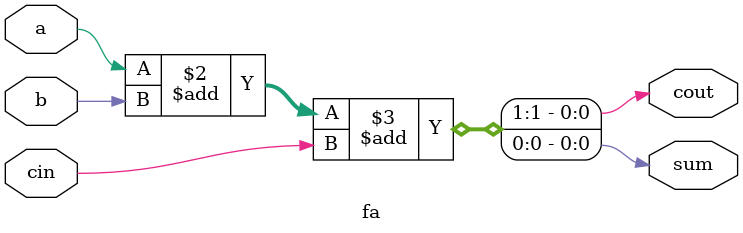
<source format=sv>
module fa (input a, b, cin,
             output reg sum, cout);
  always @ (a or b or cin)
  begin
    {cout, sum} = a + b + cin;
  end
endmodule

</source>
